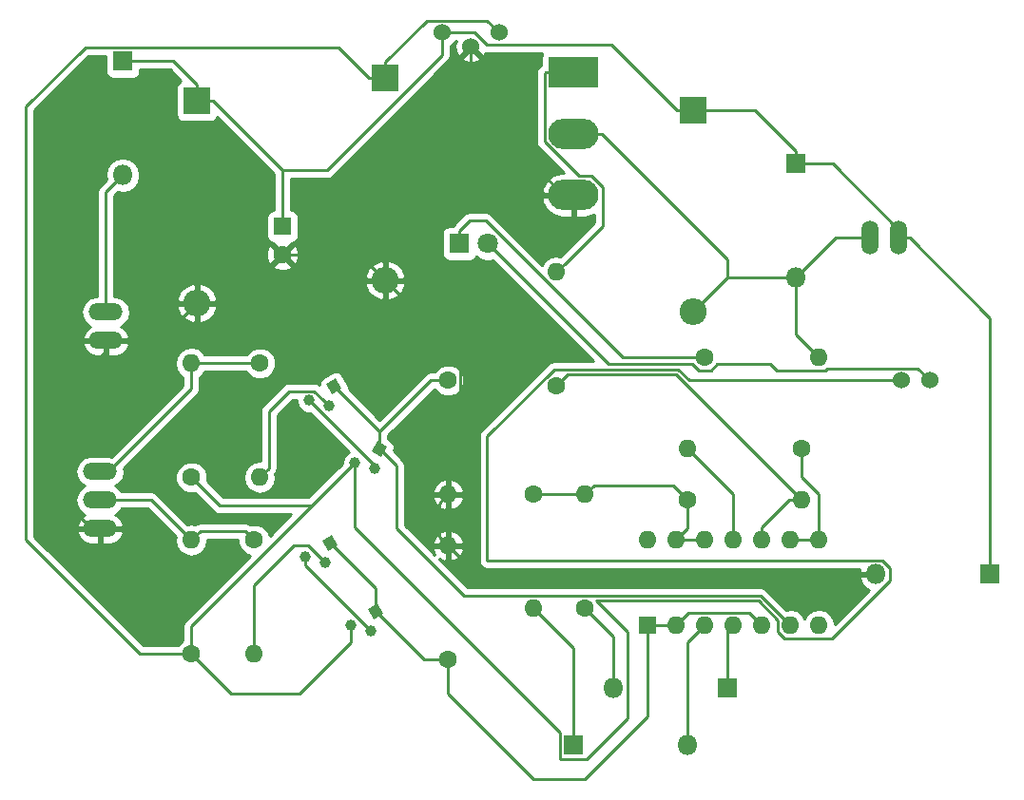
<source format=gbr>
G04 #@! TF.FileFunction,Copper,L1,Top,Signal*
%FSLAX46Y46*%
G04 Gerber Fmt 4.6, Leading zero omitted, Abs format (unit mm)*
G04 Created by KiCad (PCBNEW 4.0.5) date 06/09/17 23:26:49*
%MOMM*%
%LPD*%
G01*
G04 APERTURE LIST*
%ADD10C,0.100000*%
%ADD11R,2.400000X2.400000*%
%ADD12O,2.400000X2.400000*%
%ADD13C,1.000000*%
%ADD14R,1.600000X1.600000*%
%ADD15C,1.600000*%
%ADD16R,1.800000X1.800000*%
%ADD17O,1.800000X1.800000*%
%ADD18C,1.800000*%
%ADD19O,3.014980X1.506220*%
%ADD20O,1.506220X3.014980*%
%ADD21O,1.600000X1.600000*%
%ADD22C,1.524000*%
%ADD23R,4.500000X2.700000*%
%ADD24O,4.500000X2.700000*%
%ADD25C,0.250000*%
%ADD26C,0.254000*%
G04 APERTURE END LIST*
D10*
D11*
X132080000Y-87884000D03*
D12*
X132080000Y-105884000D03*
D13*
X143807148Y-115018852D03*
X142072295Y-114554000D03*
D10*
G36*
X143588987Y-113100987D02*
X144455013Y-112600987D01*
X144955013Y-113467013D01*
X144088987Y-113967013D01*
X143588987Y-113100987D01*
X143588987Y-113100987D01*
G37*
D14*
X139700000Y-99060000D03*
D15*
X139700000Y-101560000D03*
D11*
X176276000Y-88680000D03*
D12*
X176276000Y-106680000D03*
D16*
X125476000Y-84328000D03*
D17*
X125476000Y-94488000D03*
D16*
X165608000Y-145288000D03*
D17*
X175768000Y-145288000D03*
D16*
X179324000Y-140208000D03*
D17*
X169164000Y-140208000D03*
D16*
X155448000Y-100584000D03*
D18*
X157988000Y-100584000D03*
D16*
X185420000Y-93472000D03*
D17*
X185420000Y-103632000D03*
D16*
X202692000Y-130048000D03*
D17*
X192532000Y-130048000D03*
D19*
X123952000Y-109220000D03*
X123952000Y-106680000D03*
X123444000Y-125984000D03*
X123444000Y-123444000D03*
X123444000Y-120904000D03*
D20*
X194564000Y-100076000D03*
X192024000Y-100076000D03*
D13*
X143466853Y-128988852D03*
X141732000Y-128524000D03*
D10*
G36*
X143248692Y-127070987D02*
X144114718Y-126570987D01*
X144614718Y-127437013D01*
X143748692Y-127937013D01*
X143248692Y-127070987D01*
X143248692Y-127070987D01*
G37*
D13*
X147871148Y-120606852D03*
X146136295Y-120142000D03*
D10*
G36*
X147652987Y-119055013D02*
X148152987Y-118188987D01*
X149019013Y-118688987D01*
X148519013Y-119555013D01*
X147652987Y-119055013D01*
X147652987Y-119055013D01*
G37*
D13*
X147530853Y-135084852D03*
X145796000Y-134620000D03*
D10*
G36*
X147312692Y-133166987D02*
X148178718Y-132666987D01*
X148678718Y-133533013D01*
X147812692Y-134033013D01*
X147312692Y-133166987D01*
X147312692Y-133166987D01*
G37*
D15*
X131572000Y-121412000D03*
D21*
X131572000Y-111252000D03*
D15*
X131572000Y-137160000D03*
D21*
X131572000Y-127000000D03*
D15*
X137668000Y-111252000D03*
D21*
X137668000Y-121412000D03*
D15*
X137160000Y-127000000D03*
D21*
X137160000Y-137160000D03*
D15*
X154432000Y-112776000D03*
D21*
X154432000Y-122936000D03*
D15*
X154432000Y-137668000D03*
D21*
X154432000Y-127508000D03*
D15*
X166624000Y-133096000D03*
D21*
X166624000Y-122936000D03*
D15*
X162052000Y-122936000D03*
D21*
X162052000Y-133096000D03*
D15*
X175768000Y-123444000D03*
D21*
X185928000Y-123444000D03*
D15*
X185928000Y-118872000D03*
D21*
X175768000Y-118872000D03*
D15*
X177292000Y-110744000D03*
D21*
X187452000Y-110744000D03*
D15*
X164084000Y-113284000D03*
D21*
X164084000Y-103124000D03*
D14*
X172212000Y-134620000D03*
D21*
X187452000Y-127000000D03*
X174752000Y-134620000D03*
X184912000Y-127000000D03*
X177292000Y-134620000D03*
X182372000Y-127000000D03*
X179832000Y-134620000D03*
X179832000Y-127000000D03*
X182372000Y-134620000D03*
X177292000Y-127000000D03*
X184912000Y-134620000D03*
X174752000Y-127000000D03*
X187452000Y-134620000D03*
X172212000Y-127000000D03*
D11*
X148844000Y-85852000D03*
D12*
X148844000Y-103852000D03*
D22*
X194818000Y-112776000D03*
X197358000Y-112776000D03*
D23*
X165608000Y-85344000D03*
D24*
X165608000Y-90794000D03*
X165608000Y-96244000D03*
D22*
X153924000Y-81788000D03*
X156464000Y-83058000D03*
X159004000Y-81788000D03*
D25*
X176276000Y-88680000D02*
X174826000Y-88680000D01*
X174826000Y-88680000D02*
X169021001Y-82875001D01*
X169021001Y-82875001D02*
X157889763Y-82875001D01*
X157889763Y-82875001D02*
X156802762Y-81788000D01*
X155001630Y-81788000D02*
X153924000Y-81788000D01*
X156802762Y-81788000D02*
X155001630Y-81788000D01*
X153924000Y-81788000D02*
X153924000Y-83757002D01*
X153924000Y-83757002D02*
X143627002Y-94054000D01*
X143627002Y-94054000D02*
X139700000Y-94054000D01*
X185420000Y-93472000D02*
X188714380Y-93472000D01*
X188714380Y-93472000D02*
X194564000Y-99321620D01*
X194564000Y-99321620D02*
X194564000Y-100076000D01*
X202692000Y-130048000D02*
X202692000Y-107200890D01*
X195567110Y-100076000D02*
X194564000Y-100076000D01*
X202692000Y-107200890D02*
X195567110Y-100076000D01*
X185420000Y-93472000D02*
X185420000Y-92322000D01*
X185420000Y-92322000D02*
X181778000Y-88680000D01*
X181778000Y-88680000D02*
X177726000Y-88680000D01*
X177726000Y-88680000D02*
X176276000Y-88680000D01*
X132080000Y-87884000D02*
X133530000Y-87884000D01*
X139700000Y-98010000D02*
X139700000Y-99060000D01*
X133530000Y-87884000D02*
X139700000Y-94054000D01*
X139700000Y-94054000D02*
X139700000Y-98010000D01*
X125476000Y-84328000D02*
X129974000Y-84328000D01*
X129974000Y-84328000D02*
X132080000Y-86434000D01*
X132080000Y-86434000D02*
X132080000Y-87884000D01*
X146552000Y-97796000D02*
X156348000Y-88000000D01*
X156348000Y-88000000D02*
X156464000Y-88000000D01*
X146552000Y-101560000D02*
X146552000Y-97796000D01*
X156464000Y-83058000D02*
X156464000Y-88000000D01*
X156464000Y-88000000D02*
X164708000Y-96244000D01*
X164708000Y-96244000D02*
X165608000Y-96244000D01*
X154432000Y-127508000D02*
X156972000Y-130048000D01*
X156972000Y-130048000D02*
X192532000Y-130048000D01*
X154432000Y-115316000D02*
X155557001Y-114190999D01*
X155557001Y-114190999D02*
X155557001Y-110565001D01*
X155557001Y-110565001D02*
X150043999Y-105051999D01*
X150043999Y-105051999D02*
X148844000Y-103852000D01*
X154432000Y-122936000D02*
X154432000Y-115316000D01*
X139700000Y-101560000D02*
X146552000Y-101560000D01*
X146552000Y-101560000D02*
X148844000Y-103852000D01*
X120904000Y-124198380D02*
X120904000Y-113271110D01*
X120904000Y-113271110D02*
X123952000Y-110223110D01*
X123952000Y-110223110D02*
X123952000Y-109220000D01*
X123444000Y-125984000D02*
X122689620Y-125984000D01*
X122689620Y-125984000D02*
X120904000Y-124198380D01*
X132080000Y-105884000D02*
X135376000Y-105884000D01*
X135376000Y-105884000D02*
X139700000Y-101560000D01*
X123952000Y-109220000D02*
X128744000Y-109220000D01*
X128744000Y-109220000D02*
X132080000Y-105884000D01*
X154432000Y-122936000D02*
X153632001Y-123735999D01*
X153632001Y-123735999D02*
X153632001Y-126708001D01*
X153632001Y-126708001D02*
X154432000Y-127508000D01*
X123952000Y-125476000D02*
X123197620Y-125476000D01*
X170389001Y-142892001D02*
X170389001Y-135195999D01*
X146136295Y-120142000D02*
X146136295Y-125881295D01*
X146136295Y-125881295D02*
X164382999Y-144127999D01*
X184371999Y-135745001D02*
X188648001Y-135745001D01*
X174938400Y-111817990D02*
X175896410Y-112776000D01*
X164382999Y-144127999D02*
X164382999Y-146448001D01*
X193757001Y-129459999D02*
X193120001Y-128822999D01*
X188648001Y-135745001D02*
X193757001Y-130636001D01*
X164382999Y-146448001D02*
X164447999Y-146513001D01*
X164447999Y-146513001D02*
X166768001Y-146513001D01*
X166768001Y-146513001D02*
X170389001Y-142892001D01*
X167614011Y-132421009D02*
X182076599Y-132421009D01*
X170389001Y-135195999D02*
X167614011Y-132421009D01*
X163885008Y-111817990D02*
X174938400Y-111817990D01*
X183786999Y-135160001D02*
X184371999Y-135745001D01*
X182076599Y-132421009D02*
X183786999Y-134131409D01*
X183786999Y-134131409D02*
X183786999Y-135160001D01*
X193757001Y-130636001D02*
X193757001Y-129459999D01*
X193120001Y-128822999D02*
X157933391Y-128822999D01*
X157933391Y-128822999D02*
X157933391Y-117769607D01*
X157933391Y-117769607D02*
X163885008Y-111817990D01*
X175896410Y-112776000D02*
X194818000Y-112776000D01*
X159004000Y-81788000D02*
X157916999Y-80700999D01*
X157916999Y-80700999D02*
X152545001Y-80700999D01*
X148844000Y-84402000D02*
X148844000Y-85852000D01*
X152545001Y-80700999D02*
X148844000Y-84402000D01*
X116840000Y-88392000D02*
X122129001Y-83102999D01*
X122129001Y-83102999D02*
X144644999Y-83102999D01*
X144644999Y-83102999D02*
X147394000Y-85852000D01*
X147394000Y-85852000D02*
X148844000Y-85852000D01*
X116840000Y-127000000D02*
X116840000Y-88392000D01*
X127000000Y-137160000D02*
X116840000Y-127000000D01*
X131572000Y-137160000D02*
X127000000Y-137160000D01*
X141224000Y-140716000D02*
X145796000Y-136144000D01*
X145796000Y-136144000D02*
X145796000Y-134620000D01*
X135128000Y-140716000D02*
X141224000Y-140716000D01*
X131572000Y-137160000D02*
X135128000Y-140716000D01*
X131572000Y-134706295D02*
X142326295Y-123952000D01*
X142326295Y-123952000D02*
X146136295Y-120142000D01*
X131572000Y-121412000D02*
X134112000Y-123952000D01*
X134112000Y-123952000D02*
X142326295Y-123952000D01*
X131572000Y-137160000D02*
X131572000Y-134706295D01*
X185420000Y-103632000D02*
X185420000Y-108712000D01*
X185420000Y-108712000D02*
X187452000Y-110744000D01*
X165608000Y-90794000D02*
X168108000Y-90794000D01*
X168108000Y-90794000D02*
X179324000Y-102010000D01*
X179324000Y-102010000D02*
X179324000Y-103632000D01*
X185420000Y-103632000D02*
X179324000Y-103632000D01*
X179324000Y-103632000D02*
X176276000Y-106680000D01*
X192024000Y-100076000D02*
X188976000Y-100076000D01*
X188976000Y-100076000D02*
X185420000Y-103632000D01*
X123952000Y-106680000D02*
X123952000Y-96012000D01*
X123952000Y-96012000D02*
X125476000Y-94488000D01*
X165608000Y-145288000D02*
X165608000Y-136652000D01*
X165608000Y-136652000D02*
X162052000Y-133096000D01*
X175768000Y-145288000D02*
X175768000Y-136144000D01*
X175768000Y-136144000D02*
X177292000Y-134620000D01*
X179324000Y-140208000D02*
X179324000Y-135128000D01*
X179324000Y-135128000D02*
X179832000Y-134620000D01*
X169164000Y-140208000D02*
X169164000Y-135636000D01*
X169164000Y-135636000D02*
X166624000Y-133096000D01*
X156330000Y-98552000D02*
X157769002Y-98552000D01*
X157769002Y-98552000D02*
X169961002Y-110744000D01*
X169961002Y-110744000D02*
X176160630Y-110744000D01*
X176160630Y-110744000D02*
X177292000Y-110744000D01*
X155448000Y-100584000D02*
X155448000Y-99434000D01*
X155448000Y-99434000D02*
X156330000Y-98552000D01*
X157988000Y-100584000D02*
X168688001Y-111284001D01*
X183722003Y-111869001D02*
X187992001Y-111869001D01*
X196270999Y-111688999D02*
X197358000Y-112776000D01*
X168688001Y-111284001D02*
X176166999Y-111284001D01*
X176166999Y-111284001D02*
X176751999Y-111869001D01*
X176751999Y-111869001D02*
X177832001Y-111869001D01*
X188172003Y-111688999D02*
X196270999Y-111688999D01*
X177832001Y-111869001D02*
X178417001Y-111284001D01*
X178417001Y-111284001D02*
X183137003Y-111284001D01*
X183137003Y-111284001D02*
X183722003Y-111869001D01*
X187992001Y-111869001D02*
X188172003Y-111688999D01*
X131572000Y-127000000D02*
X128016000Y-123444000D01*
X128016000Y-123444000D02*
X123444000Y-123444000D01*
X137160000Y-127000000D02*
X136360001Y-126200001D01*
X136360001Y-126200001D02*
X132371999Y-126200001D01*
X132371999Y-126200001D02*
X131572000Y-127000000D01*
X131572000Y-111252000D02*
X131572000Y-113530380D01*
X131572000Y-113530380D02*
X124198380Y-120904000D01*
X124198380Y-120904000D02*
X123444000Y-120904000D01*
X137668000Y-111252000D02*
X131572000Y-111252000D01*
X138467999Y-115532001D02*
X140271001Y-113728999D01*
X140271001Y-113728999D02*
X142517295Y-113728999D01*
X142517295Y-113728999D02*
X143307149Y-114518853D01*
X143307149Y-114518853D02*
X143807148Y-115018852D01*
X137668000Y-121412000D02*
X138467999Y-120612001D01*
X138467999Y-120612001D02*
X138467999Y-115532001D01*
X142072295Y-114554000D02*
X147871148Y-120352853D01*
X147871148Y-120352853D02*
X147871148Y-120606852D01*
X149860000Y-125984000D02*
X155846999Y-131970999D01*
X155846999Y-131970999D02*
X182262999Y-131970999D01*
X182262999Y-131970999D02*
X184112001Y-133820001D01*
X184112001Y-133820001D02*
X184912000Y-134620000D01*
X148336000Y-118872000D02*
X149860000Y-120396000D01*
X149860000Y-120396000D02*
X149860000Y-125984000D01*
X154432000Y-112776000D02*
X152908000Y-112776000D01*
X152908000Y-112776000D02*
X148336000Y-117348000D01*
X144272000Y-113284000D02*
X148336000Y-117348000D01*
X148336000Y-117348000D02*
X148336000Y-118872000D01*
X137160000Y-137160000D02*
X137160000Y-131064000D01*
X137160000Y-131064000D02*
X140716000Y-127508000D01*
X140716000Y-127508000D02*
X141986001Y-127508000D01*
X141986001Y-127508000D02*
X143466853Y-128988852D01*
X141732000Y-128524000D02*
X141732000Y-129285999D01*
X141732000Y-129285999D02*
X147530853Y-135084852D01*
X154432000Y-137668000D02*
X154432000Y-140716000D01*
X154432000Y-140716000D02*
X162052000Y-148336000D01*
X162052000Y-148336000D02*
X166624000Y-148336000D01*
X166624000Y-148336000D02*
X172212000Y-142748000D01*
X172212000Y-142748000D02*
X172212000Y-134620000D01*
X174752000Y-134620000D02*
X175877001Y-133494999D01*
X175877001Y-133494999D02*
X181246999Y-133494999D01*
X181246999Y-133494999D02*
X181572001Y-133820001D01*
X181572001Y-133820001D02*
X182372000Y-134620000D01*
X172212000Y-134620000D02*
X174752000Y-134620000D01*
X172212000Y-135670000D02*
X172212000Y-134620000D01*
X147995705Y-133350000D02*
X152313705Y-137668000D01*
X152313705Y-137668000D02*
X154432000Y-137668000D01*
X143931705Y-127254000D02*
X147995705Y-131318000D01*
X147995705Y-131318000D02*
X147995705Y-133350000D01*
X166114169Y-94568990D02*
X167201811Y-94568990D01*
X167201811Y-94568990D02*
X168183010Y-95550189D01*
X168183010Y-95550189D02*
X168183010Y-99024990D01*
X168183010Y-99024990D02*
X164883999Y-102324001D01*
X164883999Y-102324001D02*
X164084000Y-103124000D01*
X165608000Y-85344000D02*
X163108000Y-85344000D01*
X163108000Y-85344000D02*
X163032990Y-85419010D01*
X163032990Y-85419010D02*
X163032990Y-91487811D01*
X163032990Y-91487811D02*
X166114169Y-94568990D01*
X174752000Y-127000000D02*
X177292000Y-127000000D01*
X175768000Y-123444000D02*
X175768000Y-125984000D01*
X175768000Y-125984000D02*
X174752000Y-127000000D01*
X166624000Y-122936000D02*
X167423999Y-122136001D01*
X167423999Y-122136001D02*
X174460001Y-122136001D01*
X174460001Y-122136001D02*
X174968001Y-122644001D01*
X174968001Y-122644001D02*
X175768000Y-123444000D01*
X162052000Y-122936000D02*
X166624000Y-122936000D01*
X174752000Y-112268000D02*
X165100000Y-112268000D01*
X165100000Y-112268000D02*
X164084000Y-113284000D01*
X174752000Y-112268000D02*
X185928000Y-123444000D01*
X185928000Y-123444000D02*
X184796630Y-123444000D01*
X184796630Y-123444000D02*
X182372000Y-125868630D01*
X182372000Y-125868630D02*
X182372000Y-127000000D01*
X187452000Y-127000000D02*
X184912000Y-127000000D01*
X185928000Y-121412000D02*
X187452000Y-122936000D01*
X187452000Y-122936000D02*
X187452000Y-127000000D01*
X185928000Y-118872000D02*
X185928000Y-121412000D01*
X175768000Y-118872000D02*
X179832000Y-122936000D01*
X179832000Y-122936000D02*
X179832000Y-127000000D01*
D26*
G36*
X155054856Y-82850302D02*
X155082638Y-83405368D01*
X155241603Y-83789143D01*
X155483787Y-83858608D01*
X156284395Y-83058000D01*
X156270253Y-83043858D01*
X156449858Y-82864253D01*
X156464000Y-82878395D01*
X156478143Y-82864253D01*
X156657748Y-83043858D01*
X156643605Y-83058000D01*
X157444213Y-83858608D01*
X157686397Y-83789143D01*
X157751221Y-83607443D01*
X157889763Y-83635001D01*
X162834753Y-83635001D01*
X162761569Y-83742110D01*
X162710560Y-83994000D01*
X162710560Y-84713080D01*
X162570599Y-84806599D01*
X162495589Y-84881609D01*
X162330842Y-85128171D01*
X162272990Y-85419010D01*
X162272990Y-91487811D01*
X162330842Y-91778650D01*
X162495589Y-92025212D01*
X164729377Y-94259000D01*
X164581000Y-94259000D01*
X163831041Y-94458700D01*
X163214591Y-94930196D01*
X162825499Y-95601706D01*
X162771323Y-95808677D01*
X162886171Y-96117000D01*
X165481000Y-96117000D01*
X165481000Y-96097000D01*
X165735000Y-96097000D01*
X165735000Y-96117000D01*
X165755000Y-96117000D01*
X165755000Y-96371000D01*
X165735000Y-96371000D01*
X165735000Y-98229000D01*
X166635000Y-98229000D01*
X167384959Y-98029300D01*
X167423010Y-98000196D01*
X167423010Y-98710188D01*
X164407886Y-101725312D01*
X164084000Y-101660887D01*
X163534849Y-101770120D01*
X163069302Y-102081189D01*
X162790399Y-102498595D01*
X158306403Y-98014599D01*
X158059841Y-97849852D01*
X157769002Y-97792000D01*
X156330000Y-97792000D01*
X156039160Y-97849852D01*
X155792599Y-98014599D01*
X154910599Y-98896599D01*
X154817080Y-99036560D01*
X154548000Y-99036560D01*
X154312683Y-99080838D01*
X154096559Y-99219910D01*
X153951569Y-99432110D01*
X153900560Y-99684000D01*
X153900560Y-101484000D01*
X153944838Y-101719317D01*
X154083910Y-101935441D01*
X154296110Y-102080431D01*
X154548000Y-102131440D01*
X156348000Y-102131440D01*
X156583317Y-102087162D01*
X156799441Y-101948090D01*
X156944431Y-101735890D01*
X156948567Y-101715466D01*
X157117357Y-101884551D01*
X157681330Y-102118733D01*
X158291991Y-102119265D01*
X158402713Y-102073515D01*
X167387188Y-111057990D01*
X163885008Y-111057990D01*
X163642422Y-111106244D01*
X163594168Y-111115842D01*
X163347607Y-111280589D01*
X157395990Y-117232206D01*
X157231243Y-117478768D01*
X157173391Y-117769607D01*
X157173391Y-128822999D01*
X157231243Y-129113838D01*
X157395990Y-129360400D01*
X157642552Y-129525147D01*
X157933391Y-129582999D01*
X191082491Y-129582999D01*
X191040964Y-129683260D01*
X191161622Y-129921000D01*
X192405000Y-129921000D01*
X192405000Y-129901000D01*
X192659000Y-129901000D01*
X192659000Y-129921000D01*
X192679000Y-129921000D01*
X192679000Y-130175000D01*
X192659000Y-130175000D01*
X192659000Y-130195000D01*
X192405000Y-130195000D01*
X192405000Y-130175000D01*
X191161622Y-130175000D01*
X191040964Y-130412740D01*
X191219760Y-130844417D01*
X191624424Y-131285966D01*
X191902561Y-131415639D01*
X188860340Y-134457860D01*
X188777767Y-134042736D01*
X188466698Y-133577189D01*
X188001151Y-133266120D01*
X187452000Y-133156887D01*
X186902849Y-133266120D01*
X186437302Y-133577189D01*
X186182000Y-133959275D01*
X185926698Y-133577189D01*
X185461151Y-133266120D01*
X184912000Y-133156887D01*
X184588114Y-133221312D01*
X182800400Y-131433598D01*
X182553838Y-131268851D01*
X182262999Y-131210999D01*
X156161801Y-131210999D01*
X153644283Y-128693481D01*
X153694577Y-128739041D01*
X154082961Y-128899904D01*
X154305000Y-128777915D01*
X154305000Y-127635000D01*
X154559000Y-127635000D01*
X154559000Y-128777915D01*
X154781039Y-128899904D01*
X155169423Y-128739041D01*
X155584389Y-128363134D01*
X155823914Y-127857041D01*
X155702629Y-127635000D01*
X154559000Y-127635000D01*
X154305000Y-127635000D01*
X153161371Y-127635000D01*
X153040086Y-127857041D01*
X153248768Y-128297966D01*
X152109761Y-127158959D01*
X153040086Y-127158959D01*
X153161371Y-127381000D01*
X154305000Y-127381000D01*
X154305000Y-126238085D01*
X154559000Y-126238085D01*
X154559000Y-127381000D01*
X155702629Y-127381000D01*
X155823914Y-127158959D01*
X155584389Y-126652866D01*
X155169423Y-126276959D01*
X154781039Y-126116096D01*
X154559000Y-126238085D01*
X154305000Y-126238085D01*
X154082961Y-126116096D01*
X153694577Y-126276959D01*
X153279611Y-126652866D01*
X153040086Y-127158959D01*
X152109761Y-127158959D01*
X150620000Y-125669198D01*
X150620000Y-123285041D01*
X153040086Y-123285041D01*
X153279611Y-123791134D01*
X153694577Y-124167041D01*
X154082961Y-124327904D01*
X154305000Y-124205915D01*
X154305000Y-123063000D01*
X154559000Y-123063000D01*
X154559000Y-124205915D01*
X154781039Y-124327904D01*
X155169423Y-124167041D01*
X155584389Y-123791134D01*
X155823914Y-123285041D01*
X155702629Y-123063000D01*
X154559000Y-123063000D01*
X154305000Y-123063000D01*
X153161371Y-123063000D01*
X153040086Y-123285041D01*
X150620000Y-123285041D01*
X150620000Y-122586959D01*
X153040086Y-122586959D01*
X153161371Y-122809000D01*
X154305000Y-122809000D01*
X154305000Y-121666085D01*
X154559000Y-121666085D01*
X154559000Y-122809000D01*
X155702629Y-122809000D01*
X155823914Y-122586959D01*
X155584389Y-122080866D01*
X155169423Y-121704959D01*
X154781039Y-121544096D01*
X154559000Y-121666085D01*
X154305000Y-121666085D01*
X154082961Y-121544096D01*
X153694577Y-121704959D01*
X153279611Y-122080866D01*
X153040086Y-122586959D01*
X150620000Y-122586959D01*
X150620000Y-120396000D01*
X150562148Y-120105161D01*
X150562148Y-120105160D01*
X150397401Y-119858599D01*
X149569390Y-119030588D01*
X149579713Y-119012707D01*
X149659025Y-118786778D01*
X149646647Y-118530072D01*
X149535372Y-118298408D01*
X149342733Y-118128287D01*
X149096000Y-117985836D01*
X149096000Y-117662802D01*
X153201964Y-113556838D01*
X153214757Y-113587800D01*
X153618077Y-113991824D01*
X154145309Y-114210750D01*
X154716187Y-114211248D01*
X155243800Y-113993243D01*
X155647824Y-113589923D01*
X155866750Y-113062691D01*
X155867248Y-112491813D01*
X155649243Y-111964200D01*
X155245923Y-111560176D01*
X154718691Y-111341250D01*
X154147813Y-111340752D01*
X153620200Y-111558757D01*
X153216176Y-111962077D01*
X153193785Y-112016000D01*
X152908000Y-112016000D01*
X152667695Y-112063800D01*
X152617160Y-112073852D01*
X152370599Y-112238599D01*
X148336000Y-116273198D01*
X145587053Y-113524251D01*
X145597483Y-113386941D01*
X145515713Y-113143293D01*
X145015713Y-112277267D01*
X144859708Y-112095616D01*
X144631206Y-111977983D01*
X144374941Y-111958517D01*
X144131293Y-112040287D01*
X143265267Y-112540287D01*
X143083616Y-112696292D01*
X142965983Y-112924794D01*
X142950981Y-113122298D01*
X142808134Y-113026851D01*
X142517295Y-112968999D01*
X140271001Y-112968999D01*
X139980162Y-113026851D01*
X139733600Y-113191598D01*
X137930598Y-114994600D01*
X137765851Y-115241162D01*
X137707999Y-115532001D01*
X137707999Y-119956843D01*
X137668000Y-119948887D01*
X137118849Y-120058120D01*
X136653302Y-120369189D01*
X136342233Y-120834736D01*
X136233000Y-121383887D01*
X136233000Y-121440113D01*
X136342233Y-121989264D01*
X136653302Y-122454811D01*
X137118849Y-122765880D01*
X137668000Y-122875113D01*
X138217151Y-122765880D01*
X138682698Y-122454811D01*
X138993767Y-121989264D01*
X139103000Y-121440113D01*
X139103000Y-121383887D01*
X139044668Y-121090633D01*
X139170147Y-120902841D01*
X139193769Y-120784086D01*
X139227999Y-120612001D01*
X139227999Y-115846803D01*
X140585803Y-114488999D01*
X140937351Y-114488999D01*
X140937098Y-114778775D01*
X141109528Y-115196086D01*
X141428530Y-115515645D01*
X141845539Y-115688803D01*
X142132546Y-115689053D01*
X145585150Y-119141657D01*
X145494209Y-119179233D01*
X145174650Y-119498235D01*
X145001492Y-119915244D01*
X145001242Y-120202251D01*
X142011493Y-123192000D01*
X134426802Y-123192000D01*
X132985256Y-121750454D01*
X133006750Y-121698691D01*
X133007248Y-121127813D01*
X132789243Y-120600200D01*
X132385923Y-120196176D01*
X131858691Y-119977250D01*
X131287813Y-119976752D01*
X130760200Y-120194757D01*
X130356176Y-120598077D01*
X130137250Y-121125309D01*
X130136752Y-121696187D01*
X130354757Y-122223800D01*
X130758077Y-122627824D01*
X131285309Y-122846750D01*
X131856187Y-122847248D01*
X131910149Y-122824951D01*
X133574599Y-124489401D01*
X133821160Y-124654148D01*
X133869414Y-124663746D01*
X134112000Y-124712000D01*
X140491493Y-124712000D01*
X138563797Y-126639696D01*
X138377243Y-126188200D01*
X137973923Y-125784176D01*
X137446691Y-125565250D01*
X136875813Y-125564752D01*
X136798667Y-125596628D01*
X136650840Y-125497853D01*
X136360001Y-125440001D01*
X132371999Y-125440001D01*
X132129413Y-125488255D01*
X132081159Y-125497853D01*
X131919340Y-125605977D01*
X131572000Y-125536887D01*
X131248114Y-125601312D01*
X128553401Y-122906599D01*
X128306839Y-122741852D01*
X128016000Y-122684000D01*
X125369926Y-122684000D01*
X125221896Y-122462458D01*
X124790188Y-122174000D01*
X125221896Y-121885542D01*
X125522800Y-121435207D01*
X125628464Y-120904000D01*
X125569519Y-120607663D01*
X132109401Y-114067781D01*
X132274148Y-113821220D01*
X132319895Y-113591233D01*
X132332000Y-113530380D01*
X132332000Y-112464995D01*
X132586698Y-112294811D01*
X132775667Y-112012000D01*
X136429354Y-112012000D01*
X136450757Y-112063800D01*
X136854077Y-112467824D01*
X137381309Y-112686750D01*
X137952187Y-112687248D01*
X138479800Y-112469243D01*
X138883824Y-112065923D01*
X139102750Y-111538691D01*
X139103248Y-110967813D01*
X138885243Y-110440200D01*
X138481923Y-110036176D01*
X137954691Y-109817250D01*
X137383813Y-109816752D01*
X136856200Y-110034757D01*
X136452176Y-110438077D01*
X136429785Y-110492000D01*
X132775667Y-110492000D01*
X132586698Y-110209189D01*
X132121151Y-109898120D01*
X131572000Y-109788887D01*
X131022849Y-109898120D01*
X130557302Y-110209189D01*
X130246233Y-110674736D01*
X130137000Y-111223887D01*
X130137000Y-111280113D01*
X130246233Y-111829264D01*
X130557302Y-112294811D01*
X130812000Y-112464995D01*
X130812000Y-113215578D01*
X124466671Y-119560907D01*
X124240354Y-119515890D01*
X122647646Y-119515890D01*
X122116439Y-119621554D01*
X121666104Y-119922458D01*
X121365200Y-120372793D01*
X121259536Y-120904000D01*
X121365200Y-121435207D01*
X121666104Y-121885542D01*
X122097812Y-122174000D01*
X121666104Y-122462458D01*
X121365200Y-122912793D01*
X121259536Y-123444000D01*
X121365200Y-123975207D01*
X121666104Y-124425542D01*
X122116439Y-124726446D01*
X122119306Y-124727016D01*
X122041081Y-124750154D01*
X121618276Y-125092260D01*
X121358573Y-125570125D01*
X121344217Y-125642326D01*
X121466838Y-125857000D01*
X123317000Y-125857000D01*
X123317000Y-125837000D01*
X123571000Y-125837000D01*
X123571000Y-125857000D01*
X125421162Y-125857000D01*
X125543783Y-125642326D01*
X125529427Y-125570125D01*
X125269724Y-125092260D01*
X124846919Y-124750154D01*
X124768694Y-124727016D01*
X124771561Y-124726446D01*
X125221896Y-124425542D01*
X125369926Y-124204000D01*
X127701198Y-124204000D01*
X130192096Y-126694898D01*
X130137000Y-126971887D01*
X130137000Y-127028113D01*
X130246233Y-127577264D01*
X130557302Y-128042811D01*
X131022849Y-128353880D01*
X131572000Y-128463113D01*
X132121151Y-128353880D01*
X132586698Y-128042811D01*
X132897767Y-127577264D01*
X133007000Y-127028113D01*
X133007000Y-126971887D01*
X133004636Y-126960001D01*
X135725035Y-126960001D01*
X135724752Y-127284187D01*
X135942757Y-127811800D01*
X136346077Y-128215824D01*
X136799423Y-128404070D01*
X131034599Y-134168894D01*
X130869852Y-134415456D01*
X130812000Y-134706295D01*
X130812000Y-135921354D01*
X130760200Y-135942757D01*
X130356176Y-136346077D01*
X130333785Y-136400000D01*
X127314802Y-136400000D01*
X117600000Y-126685198D01*
X117600000Y-126325674D01*
X121344217Y-126325674D01*
X121358573Y-126397875D01*
X121618276Y-126875740D01*
X122041081Y-127217846D01*
X122562620Y-127372110D01*
X123317000Y-127372110D01*
X123317000Y-126111000D01*
X123571000Y-126111000D01*
X123571000Y-127372110D01*
X124325380Y-127372110D01*
X124846919Y-127217846D01*
X125269724Y-126875740D01*
X125529427Y-126397875D01*
X125543783Y-126325674D01*
X125421162Y-126111000D01*
X123571000Y-126111000D01*
X123317000Y-126111000D01*
X121466838Y-126111000D01*
X121344217Y-126325674D01*
X117600000Y-126325674D01*
X117600000Y-109561674D01*
X121852217Y-109561674D01*
X121866573Y-109633875D01*
X122126276Y-110111740D01*
X122549081Y-110453846D01*
X123070620Y-110608110D01*
X123825000Y-110608110D01*
X123825000Y-109347000D01*
X124079000Y-109347000D01*
X124079000Y-110608110D01*
X124833380Y-110608110D01*
X125354919Y-110453846D01*
X125777724Y-110111740D01*
X126037427Y-109633875D01*
X126051783Y-109561674D01*
X125929162Y-109347000D01*
X124079000Y-109347000D01*
X123825000Y-109347000D01*
X121974838Y-109347000D01*
X121852217Y-109561674D01*
X117600000Y-109561674D01*
X117600000Y-106680000D01*
X121767536Y-106680000D01*
X121873200Y-107211207D01*
X122174104Y-107661542D01*
X122624439Y-107962446D01*
X122627306Y-107963016D01*
X122549081Y-107986154D01*
X122126276Y-108328260D01*
X121866573Y-108806125D01*
X121852217Y-108878326D01*
X121974838Y-109093000D01*
X123825000Y-109093000D01*
X123825000Y-109073000D01*
X124079000Y-109073000D01*
X124079000Y-109093000D01*
X125929162Y-109093000D01*
X126051783Y-108878326D01*
X126037427Y-108806125D01*
X125777724Y-108328260D01*
X125354919Y-107986154D01*
X125276694Y-107963016D01*
X125279561Y-107962446D01*
X125729896Y-107661542D01*
X126030800Y-107211207D01*
X126136464Y-106680000D01*
X126060044Y-106295807D01*
X130291797Y-106295807D01*
X130585508Y-106948776D01*
X131106742Y-107439642D01*
X131668195Y-107672195D01*
X131953000Y-107555432D01*
X131953000Y-106011000D01*
X132207000Y-106011000D01*
X132207000Y-107555432D01*
X132491805Y-107672195D01*
X133053258Y-107439642D01*
X133574492Y-106948776D01*
X133868203Y-106295807D01*
X133751858Y-106011000D01*
X132207000Y-106011000D01*
X131953000Y-106011000D01*
X130408142Y-106011000D01*
X130291797Y-106295807D01*
X126060044Y-106295807D01*
X126030800Y-106148793D01*
X125729896Y-105698458D01*
X125391267Y-105472193D01*
X130291797Y-105472193D01*
X130408142Y-105757000D01*
X131953000Y-105757000D01*
X131953000Y-104212568D01*
X132207000Y-104212568D01*
X132207000Y-105757000D01*
X133751858Y-105757000D01*
X133868203Y-105472193D01*
X133574492Y-104819224D01*
X133053258Y-104328358D01*
X132897413Y-104263807D01*
X147055797Y-104263807D01*
X147349508Y-104916776D01*
X147870742Y-105407642D01*
X148432195Y-105640195D01*
X148717000Y-105523432D01*
X148717000Y-103979000D01*
X148971000Y-103979000D01*
X148971000Y-105523432D01*
X149255805Y-105640195D01*
X149817258Y-105407642D01*
X150338492Y-104916776D01*
X150632203Y-104263807D01*
X150515858Y-103979000D01*
X148971000Y-103979000D01*
X148717000Y-103979000D01*
X147172142Y-103979000D01*
X147055797Y-104263807D01*
X132897413Y-104263807D01*
X132491805Y-104095805D01*
X132207000Y-104212568D01*
X131953000Y-104212568D01*
X131668195Y-104095805D01*
X131106742Y-104328358D01*
X130585508Y-104819224D01*
X130291797Y-105472193D01*
X125391267Y-105472193D01*
X125279561Y-105397554D01*
X124748354Y-105291890D01*
X124712000Y-105291890D01*
X124712000Y-103440193D01*
X147055797Y-103440193D01*
X147172142Y-103725000D01*
X148717000Y-103725000D01*
X148717000Y-102180568D01*
X148971000Y-102180568D01*
X148971000Y-103725000D01*
X150515858Y-103725000D01*
X150632203Y-103440193D01*
X150338492Y-102787224D01*
X149817258Y-102296358D01*
X149255805Y-102063805D01*
X148971000Y-102180568D01*
X148717000Y-102180568D01*
X148432195Y-102063805D01*
X147870742Y-102296358D01*
X147349508Y-102787224D01*
X147055797Y-103440193D01*
X124712000Y-103440193D01*
X124712000Y-102567745D01*
X138871861Y-102567745D01*
X138945995Y-102813864D01*
X139483223Y-103006965D01*
X140053454Y-102979778D01*
X140454005Y-102813864D01*
X140528139Y-102567745D01*
X139700000Y-101739605D01*
X138871861Y-102567745D01*
X124712000Y-102567745D01*
X124712000Y-101343223D01*
X138253035Y-101343223D01*
X138280222Y-101913454D01*
X138446136Y-102314005D01*
X138692255Y-102388139D01*
X139520395Y-101560000D01*
X139879605Y-101560000D01*
X140707745Y-102388139D01*
X140953864Y-102314005D01*
X141146965Y-101776777D01*
X141119778Y-101206546D01*
X140953864Y-100805995D01*
X140707745Y-100731861D01*
X139879605Y-101560000D01*
X139520395Y-101560000D01*
X138692255Y-100731861D01*
X138446136Y-100805995D01*
X138253035Y-101343223D01*
X124712000Y-101343223D01*
X124712000Y-96326802D01*
X125067071Y-95971731D01*
X125476000Y-96053072D01*
X126063419Y-95936227D01*
X126561409Y-95603481D01*
X126894155Y-95105491D01*
X127011000Y-94518072D01*
X127011000Y-94457928D01*
X126894155Y-93870509D01*
X126561409Y-93372519D01*
X126063419Y-93039773D01*
X125476000Y-92922928D01*
X124888581Y-93039773D01*
X124390591Y-93372519D01*
X124057845Y-93870509D01*
X123941000Y-94457928D01*
X123941000Y-94518072D01*
X124012363Y-94876835D01*
X123414599Y-95474599D01*
X123249852Y-95721161D01*
X123192000Y-96012000D01*
X123192000Y-105291890D01*
X123155646Y-105291890D01*
X122624439Y-105397554D01*
X122174104Y-105698458D01*
X121873200Y-106148793D01*
X121767536Y-106680000D01*
X117600000Y-106680000D01*
X117600000Y-88706802D01*
X122443803Y-83862999D01*
X123928560Y-83862999D01*
X123928560Y-85228000D01*
X123972838Y-85463317D01*
X124111910Y-85679441D01*
X124324110Y-85824431D01*
X124576000Y-85875440D01*
X126376000Y-85875440D01*
X126611317Y-85831162D01*
X126827441Y-85692090D01*
X126972431Y-85479890D01*
X127023440Y-85228000D01*
X127023440Y-85088000D01*
X129659198Y-85088000D01*
X130650872Y-86079674D01*
X130644683Y-86080838D01*
X130428559Y-86219910D01*
X130283569Y-86432110D01*
X130232560Y-86684000D01*
X130232560Y-89084000D01*
X130276838Y-89319317D01*
X130415910Y-89535441D01*
X130628110Y-89680431D01*
X130880000Y-89731440D01*
X133280000Y-89731440D01*
X133515317Y-89687162D01*
X133731441Y-89548090D01*
X133876431Y-89335890D01*
X133881594Y-89310396D01*
X138940000Y-94368802D01*
X138940000Y-97612560D01*
X138900000Y-97612560D01*
X138664683Y-97656838D01*
X138448559Y-97795910D01*
X138303569Y-98008110D01*
X138252560Y-98260000D01*
X138252560Y-99860000D01*
X138296838Y-100095317D01*
X138435910Y-100311441D01*
X138648110Y-100456431D01*
X138886201Y-100504646D01*
X138871861Y-100552255D01*
X139700000Y-101380395D01*
X140528139Y-100552255D01*
X140513855Y-100504833D01*
X140735317Y-100463162D01*
X140951441Y-100324090D01*
X141096431Y-100111890D01*
X141147440Y-99860000D01*
X141147440Y-98260000D01*
X141103162Y-98024683D01*
X140964090Y-97808559D01*
X140751890Y-97663569D01*
X140500000Y-97612560D01*
X140460000Y-97612560D01*
X140460000Y-96679323D01*
X162771323Y-96679323D01*
X162825499Y-96886294D01*
X163214591Y-97557804D01*
X163831041Y-98029300D01*
X164581000Y-98229000D01*
X165481000Y-98229000D01*
X165481000Y-96371000D01*
X162886171Y-96371000D01*
X162771323Y-96679323D01*
X140460000Y-96679323D01*
X140460000Y-94814000D01*
X143627002Y-94814000D01*
X143917841Y-94756148D01*
X144164403Y-94591401D01*
X154461401Y-84294403D01*
X154626148Y-84047842D01*
X154628063Y-84038213D01*
X155663392Y-84038213D01*
X155732857Y-84280397D01*
X156256302Y-84467144D01*
X156811368Y-84439362D01*
X157195143Y-84280397D01*
X157264608Y-84038213D01*
X156464000Y-83237605D01*
X155663392Y-84038213D01*
X154628063Y-84038213D01*
X154684000Y-83757002D01*
X154684000Y-82985531D01*
X154714303Y-82973010D01*
X155107629Y-82580370D01*
X155121070Y-82548000D01*
X155162707Y-82548000D01*
X155054856Y-82850302D01*
X155054856Y-82850302D01*
G37*
X155054856Y-82850302D02*
X155082638Y-83405368D01*
X155241603Y-83789143D01*
X155483787Y-83858608D01*
X156284395Y-83058000D01*
X156270253Y-83043858D01*
X156449858Y-82864253D01*
X156464000Y-82878395D01*
X156478143Y-82864253D01*
X156657748Y-83043858D01*
X156643605Y-83058000D01*
X157444213Y-83858608D01*
X157686397Y-83789143D01*
X157751221Y-83607443D01*
X157889763Y-83635001D01*
X162834753Y-83635001D01*
X162761569Y-83742110D01*
X162710560Y-83994000D01*
X162710560Y-84713080D01*
X162570599Y-84806599D01*
X162495589Y-84881609D01*
X162330842Y-85128171D01*
X162272990Y-85419010D01*
X162272990Y-91487811D01*
X162330842Y-91778650D01*
X162495589Y-92025212D01*
X164729377Y-94259000D01*
X164581000Y-94259000D01*
X163831041Y-94458700D01*
X163214591Y-94930196D01*
X162825499Y-95601706D01*
X162771323Y-95808677D01*
X162886171Y-96117000D01*
X165481000Y-96117000D01*
X165481000Y-96097000D01*
X165735000Y-96097000D01*
X165735000Y-96117000D01*
X165755000Y-96117000D01*
X165755000Y-96371000D01*
X165735000Y-96371000D01*
X165735000Y-98229000D01*
X166635000Y-98229000D01*
X167384959Y-98029300D01*
X167423010Y-98000196D01*
X167423010Y-98710188D01*
X164407886Y-101725312D01*
X164084000Y-101660887D01*
X163534849Y-101770120D01*
X163069302Y-102081189D01*
X162790399Y-102498595D01*
X158306403Y-98014599D01*
X158059841Y-97849852D01*
X157769002Y-97792000D01*
X156330000Y-97792000D01*
X156039160Y-97849852D01*
X155792599Y-98014599D01*
X154910599Y-98896599D01*
X154817080Y-99036560D01*
X154548000Y-99036560D01*
X154312683Y-99080838D01*
X154096559Y-99219910D01*
X153951569Y-99432110D01*
X153900560Y-99684000D01*
X153900560Y-101484000D01*
X153944838Y-101719317D01*
X154083910Y-101935441D01*
X154296110Y-102080431D01*
X154548000Y-102131440D01*
X156348000Y-102131440D01*
X156583317Y-102087162D01*
X156799441Y-101948090D01*
X156944431Y-101735890D01*
X156948567Y-101715466D01*
X157117357Y-101884551D01*
X157681330Y-102118733D01*
X158291991Y-102119265D01*
X158402713Y-102073515D01*
X167387188Y-111057990D01*
X163885008Y-111057990D01*
X163642422Y-111106244D01*
X163594168Y-111115842D01*
X163347607Y-111280589D01*
X157395990Y-117232206D01*
X157231243Y-117478768D01*
X157173391Y-117769607D01*
X157173391Y-128822999D01*
X157231243Y-129113838D01*
X157395990Y-129360400D01*
X157642552Y-129525147D01*
X157933391Y-129582999D01*
X191082491Y-129582999D01*
X191040964Y-129683260D01*
X191161622Y-129921000D01*
X192405000Y-129921000D01*
X192405000Y-129901000D01*
X192659000Y-129901000D01*
X192659000Y-129921000D01*
X192679000Y-129921000D01*
X192679000Y-130175000D01*
X192659000Y-130175000D01*
X192659000Y-130195000D01*
X192405000Y-130195000D01*
X192405000Y-130175000D01*
X191161622Y-130175000D01*
X191040964Y-130412740D01*
X191219760Y-130844417D01*
X191624424Y-131285966D01*
X191902561Y-131415639D01*
X188860340Y-134457860D01*
X188777767Y-134042736D01*
X188466698Y-133577189D01*
X188001151Y-133266120D01*
X187452000Y-133156887D01*
X186902849Y-133266120D01*
X186437302Y-133577189D01*
X186182000Y-133959275D01*
X185926698Y-133577189D01*
X185461151Y-133266120D01*
X184912000Y-133156887D01*
X184588114Y-133221312D01*
X182800400Y-131433598D01*
X182553838Y-131268851D01*
X182262999Y-131210999D01*
X156161801Y-131210999D01*
X153644283Y-128693481D01*
X153694577Y-128739041D01*
X154082961Y-128899904D01*
X154305000Y-128777915D01*
X154305000Y-127635000D01*
X154559000Y-127635000D01*
X154559000Y-128777915D01*
X154781039Y-128899904D01*
X155169423Y-128739041D01*
X155584389Y-128363134D01*
X155823914Y-127857041D01*
X155702629Y-127635000D01*
X154559000Y-127635000D01*
X154305000Y-127635000D01*
X153161371Y-127635000D01*
X153040086Y-127857041D01*
X153248768Y-128297966D01*
X152109761Y-127158959D01*
X153040086Y-127158959D01*
X153161371Y-127381000D01*
X154305000Y-127381000D01*
X154305000Y-126238085D01*
X154559000Y-126238085D01*
X154559000Y-127381000D01*
X155702629Y-127381000D01*
X155823914Y-127158959D01*
X155584389Y-126652866D01*
X155169423Y-126276959D01*
X154781039Y-126116096D01*
X154559000Y-126238085D01*
X154305000Y-126238085D01*
X154082961Y-126116096D01*
X153694577Y-126276959D01*
X153279611Y-126652866D01*
X153040086Y-127158959D01*
X152109761Y-127158959D01*
X150620000Y-125669198D01*
X150620000Y-123285041D01*
X153040086Y-123285041D01*
X153279611Y-123791134D01*
X153694577Y-124167041D01*
X154082961Y-124327904D01*
X154305000Y-124205915D01*
X154305000Y-123063000D01*
X154559000Y-123063000D01*
X154559000Y-124205915D01*
X154781039Y-124327904D01*
X155169423Y-124167041D01*
X155584389Y-123791134D01*
X155823914Y-123285041D01*
X155702629Y-123063000D01*
X154559000Y-123063000D01*
X154305000Y-123063000D01*
X153161371Y-123063000D01*
X153040086Y-123285041D01*
X150620000Y-123285041D01*
X150620000Y-122586959D01*
X153040086Y-122586959D01*
X153161371Y-122809000D01*
X154305000Y-122809000D01*
X154305000Y-121666085D01*
X154559000Y-121666085D01*
X154559000Y-122809000D01*
X155702629Y-122809000D01*
X155823914Y-122586959D01*
X155584389Y-122080866D01*
X155169423Y-121704959D01*
X154781039Y-121544096D01*
X154559000Y-121666085D01*
X154305000Y-121666085D01*
X154082961Y-121544096D01*
X153694577Y-121704959D01*
X153279611Y-122080866D01*
X153040086Y-122586959D01*
X150620000Y-122586959D01*
X150620000Y-120396000D01*
X150562148Y-120105161D01*
X150562148Y-120105160D01*
X150397401Y-119858599D01*
X149569390Y-119030588D01*
X149579713Y-119012707D01*
X149659025Y-118786778D01*
X149646647Y-118530072D01*
X149535372Y-118298408D01*
X149342733Y-118128287D01*
X149096000Y-117985836D01*
X149096000Y-117662802D01*
X153201964Y-113556838D01*
X153214757Y-113587800D01*
X153618077Y-113991824D01*
X154145309Y-114210750D01*
X154716187Y-114211248D01*
X155243800Y-113993243D01*
X155647824Y-113589923D01*
X155866750Y-113062691D01*
X155867248Y-112491813D01*
X155649243Y-111964200D01*
X155245923Y-111560176D01*
X154718691Y-111341250D01*
X154147813Y-111340752D01*
X153620200Y-111558757D01*
X153216176Y-111962077D01*
X153193785Y-112016000D01*
X152908000Y-112016000D01*
X152667695Y-112063800D01*
X152617160Y-112073852D01*
X152370599Y-112238599D01*
X148336000Y-116273198D01*
X145587053Y-113524251D01*
X145597483Y-113386941D01*
X145515713Y-113143293D01*
X145015713Y-112277267D01*
X144859708Y-112095616D01*
X144631206Y-111977983D01*
X144374941Y-111958517D01*
X144131293Y-112040287D01*
X143265267Y-112540287D01*
X143083616Y-112696292D01*
X142965983Y-112924794D01*
X142950981Y-113122298D01*
X142808134Y-113026851D01*
X142517295Y-112968999D01*
X140271001Y-112968999D01*
X139980162Y-113026851D01*
X139733600Y-113191598D01*
X137930598Y-114994600D01*
X137765851Y-115241162D01*
X137707999Y-115532001D01*
X137707999Y-119956843D01*
X137668000Y-119948887D01*
X137118849Y-120058120D01*
X136653302Y-120369189D01*
X136342233Y-120834736D01*
X136233000Y-121383887D01*
X136233000Y-121440113D01*
X136342233Y-121989264D01*
X136653302Y-122454811D01*
X137118849Y-122765880D01*
X137668000Y-122875113D01*
X138217151Y-122765880D01*
X138682698Y-122454811D01*
X138993767Y-121989264D01*
X139103000Y-121440113D01*
X139103000Y-121383887D01*
X139044668Y-121090633D01*
X139170147Y-120902841D01*
X139193769Y-120784086D01*
X139227999Y-120612001D01*
X139227999Y-115846803D01*
X140585803Y-114488999D01*
X140937351Y-114488999D01*
X140937098Y-114778775D01*
X141109528Y-115196086D01*
X141428530Y-115515645D01*
X141845539Y-115688803D01*
X142132546Y-115689053D01*
X145585150Y-119141657D01*
X145494209Y-119179233D01*
X145174650Y-119498235D01*
X145001492Y-119915244D01*
X145001242Y-120202251D01*
X142011493Y-123192000D01*
X134426802Y-123192000D01*
X132985256Y-121750454D01*
X133006750Y-121698691D01*
X133007248Y-121127813D01*
X132789243Y-120600200D01*
X132385923Y-120196176D01*
X131858691Y-119977250D01*
X131287813Y-119976752D01*
X130760200Y-120194757D01*
X130356176Y-120598077D01*
X130137250Y-121125309D01*
X130136752Y-121696187D01*
X130354757Y-122223800D01*
X130758077Y-122627824D01*
X131285309Y-122846750D01*
X131856187Y-122847248D01*
X131910149Y-122824951D01*
X133574599Y-124489401D01*
X133821160Y-124654148D01*
X133869414Y-124663746D01*
X134112000Y-124712000D01*
X140491493Y-124712000D01*
X138563797Y-126639696D01*
X138377243Y-126188200D01*
X137973923Y-125784176D01*
X137446691Y-125565250D01*
X136875813Y-125564752D01*
X136798667Y-125596628D01*
X136650840Y-125497853D01*
X136360001Y-125440001D01*
X132371999Y-125440001D01*
X132129413Y-125488255D01*
X132081159Y-125497853D01*
X131919340Y-125605977D01*
X131572000Y-125536887D01*
X131248114Y-125601312D01*
X128553401Y-122906599D01*
X128306839Y-122741852D01*
X128016000Y-122684000D01*
X125369926Y-122684000D01*
X125221896Y-122462458D01*
X124790188Y-122174000D01*
X125221896Y-121885542D01*
X125522800Y-121435207D01*
X125628464Y-120904000D01*
X125569519Y-120607663D01*
X132109401Y-114067781D01*
X132274148Y-113821220D01*
X132319895Y-113591233D01*
X132332000Y-113530380D01*
X132332000Y-112464995D01*
X132586698Y-112294811D01*
X132775667Y-112012000D01*
X136429354Y-112012000D01*
X136450757Y-112063800D01*
X136854077Y-112467824D01*
X137381309Y-112686750D01*
X137952187Y-112687248D01*
X138479800Y-112469243D01*
X138883824Y-112065923D01*
X139102750Y-111538691D01*
X139103248Y-110967813D01*
X138885243Y-110440200D01*
X138481923Y-110036176D01*
X137954691Y-109817250D01*
X137383813Y-109816752D01*
X136856200Y-110034757D01*
X136452176Y-110438077D01*
X136429785Y-110492000D01*
X132775667Y-110492000D01*
X132586698Y-110209189D01*
X132121151Y-109898120D01*
X131572000Y-109788887D01*
X131022849Y-109898120D01*
X130557302Y-110209189D01*
X130246233Y-110674736D01*
X130137000Y-111223887D01*
X130137000Y-111280113D01*
X130246233Y-111829264D01*
X130557302Y-112294811D01*
X130812000Y-112464995D01*
X130812000Y-113215578D01*
X124466671Y-119560907D01*
X124240354Y-119515890D01*
X122647646Y-119515890D01*
X122116439Y-119621554D01*
X121666104Y-119922458D01*
X121365200Y-120372793D01*
X121259536Y-120904000D01*
X121365200Y-121435207D01*
X121666104Y-121885542D01*
X122097812Y-122174000D01*
X121666104Y-122462458D01*
X121365200Y-122912793D01*
X121259536Y-123444000D01*
X121365200Y-123975207D01*
X121666104Y-124425542D01*
X122116439Y-124726446D01*
X122119306Y-124727016D01*
X122041081Y-124750154D01*
X121618276Y-125092260D01*
X121358573Y-125570125D01*
X121344217Y-125642326D01*
X121466838Y-125857000D01*
X123317000Y-125857000D01*
X123317000Y-125837000D01*
X123571000Y-125837000D01*
X123571000Y-125857000D01*
X125421162Y-125857000D01*
X125543783Y-125642326D01*
X125529427Y-125570125D01*
X125269724Y-125092260D01*
X124846919Y-124750154D01*
X124768694Y-124727016D01*
X124771561Y-124726446D01*
X125221896Y-124425542D01*
X125369926Y-124204000D01*
X127701198Y-124204000D01*
X130192096Y-126694898D01*
X130137000Y-126971887D01*
X130137000Y-127028113D01*
X130246233Y-127577264D01*
X130557302Y-128042811D01*
X131022849Y-128353880D01*
X131572000Y-128463113D01*
X132121151Y-128353880D01*
X132586698Y-128042811D01*
X132897767Y-127577264D01*
X133007000Y-127028113D01*
X133007000Y-126971887D01*
X133004636Y-126960001D01*
X135725035Y-126960001D01*
X135724752Y-127284187D01*
X135942757Y-127811800D01*
X136346077Y-128215824D01*
X136799423Y-128404070D01*
X131034599Y-134168894D01*
X130869852Y-134415456D01*
X130812000Y-134706295D01*
X130812000Y-135921354D01*
X130760200Y-135942757D01*
X130356176Y-136346077D01*
X130333785Y-136400000D01*
X127314802Y-136400000D01*
X117600000Y-126685198D01*
X117600000Y-126325674D01*
X121344217Y-126325674D01*
X121358573Y-126397875D01*
X121618276Y-126875740D01*
X122041081Y-127217846D01*
X122562620Y-127372110D01*
X123317000Y-127372110D01*
X123317000Y-126111000D01*
X123571000Y-126111000D01*
X123571000Y-127372110D01*
X124325380Y-127372110D01*
X124846919Y-127217846D01*
X125269724Y-126875740D01*
X125529427Y-126397875D01*
X125543783Y-126325674D01*
X125421162Y-126111000D01*
X123571000Y-126111000D01*
X123317000Y-126111000D01*
X121466838Y-126111000D01*
X121344217Y-126325674D01*
X117600000Y-126325674D01*
X117600000Y-109561674D01*
X121852217Y-109561674D01*
X121866573Y-109633875D01*
X122126276Y-110111740D01*
X122549081Y-110453846D01*
X123070620Y-110608110D01*
X123825000Y-110608110D01*
X123825000Y-109347000D01*
X124079000Y-109347000D01*
X124079000Y-110608110D01*
X124833380Y-110608110D01*
X125354919Y-110453846D01*
X125777724Y-110111740D01*
X126037427Y-109633875D01*
X126051783Y-109561674D01*
X125929162Y-109347000D01*
X124079000Y-109347000D01*
X123825000Y-109347000D01*
X121974838Y-109347000D01*
X121852217Y-109561674D01*
X117600000Y-109561674D01*
X117600000Y-106680000D01*
X121767536Y-106680000D01*
X121873200Y-107211207D01*
X122174104Y-107661542D01*
X122624439Y-107962446D01*
X122627306Y-107963016D01*
X122549081Y-107986154D01*
X122126276Y-108328260D01*
X121866573Y-108806125D01*
X121852217Y-108878326D01*
X121974838Y-109093000D01*
X123825000Y-109093000D01*
X123825000Y-109073000D01*
X124079000Y-109073000D01*
X124079000Y-109093000D01*
X125929162Y-109093000D01*
X126051783Y-108878326D01*
X126037427Y-108806125D01*
X125777724Y-108328260D01*
X125354919Y-107986154D01*
X125276694Y-107963016D01*
X125279561Y-107962446D01*
X125729896Y-107661542D01*
X126030800Y-107211207D01*
X126136464Y-106680000D01*
X126060044Y-106295807D01*
X130291797Y-106295807D01*
X130585508Y-106948776D01*
X131106742Y-107439642D01*
X131668195Y-107672195D01*
X131953000Y-107555432D01*
X131953000Y-106011000D01*
X132207000Y-106011000D01*
X132207000Y-107555432D01*
X132491805Y-107672195D01*
X133053258Y-107439642D01*
X133574492Y-106948776D01*
X133868203Y-106295807D01*
X133751858Y-106011000D01*
X132207000Y-106011000D01*
X131953000Y-106011000D01*
X130408142Y-106011000D01*
X130291797Y-106295807D01*
X126060044Y-106295807D01*
X126030800Y-106148793D01*
X125729896Y-105698458D01*
X125391267Y-105472193D01*
X130291797Y-105472193D01*
X130408142Y-105757000D01*
X131953000Y-105757000D01*
X131953000Y-104212568D01*
X132207000Y-104212568D01*
X132207000Y-105757000D01*
X133751858Y-105757000D01*
X133868203Y-105472193D01*
X133574492Y-104819224D01*
X133053258Y-104328358D01*
X132897413Y-104263807D01*
X147055797Y-104263807D01*
X147349508Y-104916776D01*
X147870742Y-105407642D01*
X148432195Y-105640195D01*
X148717000Y-105523432D01*
X148717000Y-103979000D01*
X148971000Y-103979000D01*
X148971000Y-105523432D01*
X149255805Y-105640195D01*
X149817258Y-105407642D01*
X150338492Y-104916776D01*
X150632203Y-104263807D01*
X150515858Y-103979000D01*
X148971000Y-103979000D01*
X148717000Y-103979000D01*
X147172142Y-103979000D01*
X147055797Y-104263807D01*
X132897413Y-104263807D01*
X132491805Y-104095805D01*
X132207000Y-104212568D01*
X131953000Y-104212568D01*
X131668195Y-104095805D01*
X131106742Y-104328358D01*
X130585508Y-104819224D01*
X130291797Y-105472193D01*
X125391267Y-105472193D01*
X125279561Y-105397554D01*
X124748354Y-105291890D01*
X124712000Y-105291890D01*
X124712000Y-103440193D01*
X147055797Y-103440193D01*
X147172142Y-103725000D01*
X148717000Y-103725000D01*
X148717000Y-102180568D01*
X148971000Y-102180568D01*
X148971000Y-103725000D01*
X150515858Y-103725000D01*
X150632203Y-103440193D01*
X150338492Y-102787224D01*
X149817258Y-102296358D01*
X149255805Y-102063805D01*
X148971000Y-102180568D01*
X148717000Y-102180568D01*
X148432195Y-102063805D01*
X147870742Y-102296358D01*
X147349508Y-102787224D01*
X147055797Y-103440193D01*
X124712000Y-103440193D01*
X124712000Y-102567745D01*
X138871861Y-102567745D01*
X138945995Y-102813864D01*
X139483223Y-103006965D01*
X140053454Y-102979778D01*
X140454005Y-102813864D01*
X140528139Y-102567745D01*
X139700000Y-101739605D01*
X138871861Y-102567745D01*
X124712000Y-102567745D01*
X124712000Y-101343223D01*
X138253035Y-101343223D01*
X138280222Y-101913454D01*
X138446136Y-102314005D01*
X138692255Y-102388139D01*
X139520395Y-101560000D01*
X139879605Y-101560000D01*
X140707745Y-102388139D01*
X140953864Y-102314005D01*
X141146965Y-101776777D01*
X141119778Y-101206546D01*
X140953864Y-100805995D01*
X140707745Y-100731861D01*
X139879605Y-101560000D01*
X139520395Y-101560000D01*
X138692255Y-100731861D01*
X138446136Y-100805995D01*
X138253035Y-101343223D01*
X124712000Y-101343223D01*
X124712000Y-96326802D01*
X125067071Y-95971731D01*
X125476000Y-96053072D01*
X126063419Y-95936227D01*
X126561409Y-95603481D01*
X126894155Y-95105491D01*
X127011000Y-94518072D01*
X127011000Y-94457928D01*
X126894155Y-93870509D01*
X126561409Y-93372519D01*
X126063419Y-93039773D01*
X125476000Y-92922928D01*
X124888581Y-93039773D01*
X124390591Y-93372519D01*
X124057845Y-93870509D01*
X123941000Y-94457928D01*
X123941000Y-94518072D01*
X124012363Y-94876835D01*
X123414599Y-95474599D01*
X123249852Y-95721161D01*
X123192000Y-96012000D01*
X123192000Y-105291890D01*
X123155646Y-105291890D01*
X122624439Y-105397554D01*
X122174104Y-105698458D01*
X121873200Y-106148793D01*
X121767536Y-106680000D01*
X117600000Y-106680000D01*
X117600000Y-88706802D01*
X122443803Y-83862999D01*
X123928560Y-83862999D01*
X123928560Y-85228000D01*
X123972838Y-85463317D01*
X124111910Y-85679441D01*
X124324110Y-85824431D01*
X124576000Y-85875440D01*
X126376000Y-85875440D01*
X126611317Y-85831162D01*
X126827441Y-85692090D01*
X126972431Y-85479890D01*
X127023440Y-85228000D01*
X127023440Y-85088000D01*
X129659198Y-85088000D01*
X130650872Y-86079674D01*
X130644683Y-86080838D01*
X130428559Y-86219910D01*
X130283569Y-86432110D01*
X130232560Y-86684000D01*
X130232560Y-89084000D01*
X130276838Y-89319317D01*
X130415910Y-89535441D01*
X130628110Y-89680431D01*
X130880000Y-89731440D01*
X133280000Y-89731440D01*
X133515317Y-89687162D01*
X133731441Y-89548090D01*
X133876431Y-89335890D01*
X133881594Y-89310396D01*
X138940000Y-94368802D01*
X138940000Y-97612560D01*
X138900000Y-97612560D01*
X138664683Y-97656838D01*
X138448559Y-97795910D01*
X138303569Y-98008110D01*
X138252560Y-98260000D01*
X138252560Y-99860000D01*
X138296838Y-100095317D01*
X138435910Y-100311441D01*
X138648110Y-100456431D01*
X138886201Y-100504646D01*
X138871861Y-100552255D01*
X139700000Y-101380395D01*
X140528139Y-100552255D01*
X140513855Y-100504833D01*
X140735317Y-100463162D01*
X140951441Y-100324090D01*
X141096431Y-100111890D01*
X141147440Y-99860000D01*
X141147440Y-98260000D01*
X141103162Y-98024683D01*
X140964090Y-97808559D01*
X140751890Y-97663569D01*
X140500000Y-97612560D01*
X140460000Y-97612560D01*
X140460000Y-96679323D01*
X162771323Y-96679323D01*
X162825499Y-96886294D01*
X163214591Y-97557804D01*
X163831041Y-98029300D01*
X164581000Y-98229000D01*
X165481000Y-98229000D01*
X165481000Y-96371000D01*
X162886171Y-96371000D01*
X162771323Y-96679323D01*
X140460000Y-96679323D01*
X140460000Y-94814000D01*
X143627002Y-94814000D01*
X143917841Y-94756148D01*
X144164403Y-94591401D01*
X154461401Y-84294403D01*
X154626148Y-84047842D01*
X154628063Y-84038213D01*
X155663392Y-84038213D01*
X155732857Y-84280397D01*
X156256302Y-84467144D01*
X156811368Y-84439362D01*
X157195143Y-84280397D01*
X157264608Y-84038213D01*
X156464000Y-83237605D01*
X155663392Y-84038213D01*
X154628063Y-84038213D01*
X154684000Y-83757002D01*
X154684000Y-82985531D01*
X154714303Y-82973010D01*
X155107629Y-82580370D01*
X155121070Y-82548000D01*
X155162707Y-82548000D01*
X155054856Y-82850302D01*
M02*

</source>
